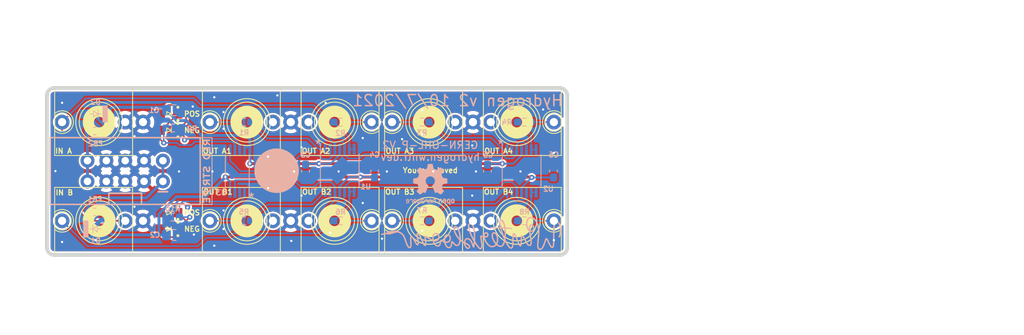
<source format=kicad_pcb>
(kicad_pcb (version 20171130) (host pcbnew "(5.1.10-1-10_14)")
  (title_block (title Hydrogen) (date 2021-10-07) (rev v2) (company Winterbloom) (comment 1 "Alethea Flowers") (comment 2 "CERN-OHL-P V2") (comment 3 hydrogen.wntr.dev))
  (layers (0 F.Cu signal) (31 B.Cu signal) (34 B.Paste user hide) (35 F.Paste user hide) (36 B.SilkS user) (37 F.SilkS user) (38 B.Mask user) (39 F.Mask user hide) (44 Edge.Cuts user))
  (net 0 "")
  (net 1 GND)
  (net 2 +12V)
  (net 3 -12V)
  (net 4 "Net-(D1-Pad1)")
  (net 5 "Net-(D2-Pad2)")
  (net 6 "Net-(FB1-Pad2)")
  (net 7 "Net-(FB2-Pad2)")
  (net 8 "Net-(J2-PadT)")
  (net 9 "Net-(J3-PadT)")
  (net 10 "Net-(J3-PadTN)")
  (net 11 "Net-(J4-PadT)")
  (net 12 "Net-(J4-PadTN)")
  (net 13 "Net-(J5-PadT)")
  (net 14 "Net-(J5-PadTN)")
  (net 15 "Net-(J6-PadT)")
  (net 16 "Net-(J6-PadTN)")
  (net 17 "Net-(J7-PadT)")
  (net 18 "Net-(J8-PadT)")
  (net 19 "Net-(J8-PadTN)")
  (net 20 "Net-(J9-PadT)")
  (net 21 "Net-(J9-PadTN)")
  (net 22 "Net-(J10-PadT)")
  (net 23 "Net-(J10-PadTN)")
  (net 24 "Net-(J11-PadT)")
  (net 25 "Net-(J11-PadTN)")
  (net 26 "Net-(R1-Pad2)")
  (net 27 "Net-(R2-Pad2)")
  (net 28 "Net-(R3-Pad2)")
  (net 29 "Net-(R4-Pad2)")
  (net 30 "Net-(R5-Pad2)")
  (net 31 "Net-(R6-Pad2)")
  (net 32 "Net-(R7-Pad2)")
  (net 33 "Net-(R8-Pad2)")
  (net 34 "Net-(D3-Pad2)")
  (net 35 "Net-(D3-Pad1)")
  (net 36 "Net-(D5-Pad2)")
  (net 37 "Net-(D5-Pad1)")
  (module Package_SO:TSSOP-8_4.4x3mm_P0.65mm (layer B.Cu) (at 126.1 111.4 90)
    (fp_text reference U3 (at -2.9 -2.15 180) (layer B.SilkS) (effects (font (size 0.7 0.7)) (justify mirror)))
    (fp_text value LM358)
    (pad 8 smd roundrect (at 2.8625 0.975 90) (size 1.475 0.4) (layers B.Cu B.Paste B.Mask) (net 2 +12V))
    (pad 7 smd roundrect (at 2.8625 0.325 90) (size 1.475 0.4) (layers B.Cu B.Paste B.Mask) (net 34 "Net-(D3-Pad2)"))
    (pad 6 smd roundrect (at 2.8625 -0.325 90) (size 1.475 0.4) (layers B.Cu B.Paste B.Mask) (net 35 "Net-(D3-Pad1)"))
    (pad 5 smd roundrect (at 2.8625 -0.975 90) (size 1.475 0.4) (layers B.Cu B.Paste B.Mask) (net 8 "Net-(J2-PadT)"))
    (pad 4 smd roundrect (at -2.8625 -0.975 90) (size 1.475 0.4) (layers B.Cu B.Paste B.Mask) (net 3 -12V))
    (pad 3 smd roundrect (at -2.8625 -0.325 90) (size 1.475 0.4) (layers B.Cu B.Paste B.Mask) (net 17 "Net-(J7-PadT)"))
    (pad 2 smd roundrect (at -2.8625 0.325 90) (size 1.475 0.4) (layers B.Cu B.Paste B.Mask) (net 37 "Net-(D5-Pad1)"))
    (pad 1 smd roundrect (at -2.8625 0.975 90) (size 1.475 0.4) (layers B.Cu B.Paste B.Mask) (net 36 "Net-(D5-Pad2)"))
  )
  (module Symbol:OSHW-Logo2_7.3x6mm_SilkScreen (layer B.Cu) (at 152.1 113.2 180)
    (fp_text reference REF** hide)
    (fp_text value OSHW-Logo2_7.3x6mm_SilkScreen hide)
  )
  (module winterbloom:LED_0805_Kingbright_APT2012 (layer F.Cu) (at 116.9 119.2 180)
    (fp_text reference D6 hide)
    (fp_text value NEG (at -3.1 0) (layer F.SilkS) (effects (font (size 0.7 0.7))))
    (pad 2 smd roundrect (at 1.175 0 180) (size 1.25 1.25) (layers F.Cu F.Paste F.Mask) (roundrect_rratio 0.05) (net 37 "Net-(D5-Pad1)"))
    (pad 1 smd roundrect (at -1.175 0 180) (size 1.25 1.25) (layers F.Cu F.Paste F.Mask) (roundrect_rratio 0.05) (net 36 "Net-(D5-Pad2)"))
  )
  (module winterbloom:LED_0805_Kingbright_APT2012 (layer F.Cu) (at 116.9 117 180)
    (fp_text reference D5 hide)
    (fp_text value POS (at -3.1 0) (layer F.SilkS) (effects (font (size 0.7 0.7))))
    (pad 2 smd roundrect (at 1.175 0 180) (size 1.25 1.25) (layers F.Cu F.Paste F.Mask) (roundrect_rratio 0.05) (net 36 "Net-(D5-Pad2)"))
    (pad 1 smd roundrect (at -1.175 0 180) (size 1.25 1.25) (layers F.Cu F.Paste F.Mask) (roundrect_rratio 0.05) (net 37 "Net-(D5-Pad1)"))
  )
  (module winterbloom:LED_0805_Kingbright_APT2012 (layer F.Cu) (at 116.9 105.9 180)
    (fp_text reference D4 hide)
    (fp_text value NEG (at -3.1 0) (layer F.SilkS) (effects (font (size 0.7 0.7))))
    (pad 2 smd roundrect (at 1.175 0 180) (size 1.25 1.25) (layers F.Cu F.Paste F.Mask) (roundrect_rratio 0.05) (net 35 "Net-(D3-Pad1)"))
    (pad 1 smd roundrect (at -1.175 0 180) (size 1.25 1.25) (layers F.Cu F.Paste F.Mask) (roundrect_rratio 0.05) (net 34 "Net-(D3-Pad2)"))
  )
  (module winterbloom:LED_0805_Kingbright_APT2012 (layer F.Cu) (at 116.9 103.7 180)
    (fp_text reference D3 hide)
    (fp_text value POS (at -3.1 0) (layer F.SilkS) (effects (font (size 0.7 0.7))))
    (pad 2 smd roundrect (at 1.175 0 180) (size 1.25 1.25) (layers F.Cu F.Paste F.Mask) (roundrect_rratio 0.05) (net 34 "Net-(D3-Pad2)"))
    (pad 1 smd roundrect (at -1.175 0 180) (size 1.25 1.25) (layers F.Cu F.Paste F.Mask) (roundrect_rratio 0.05) (net 35 "Net-(D3-Pad1)"))
  )
  (module winterbloom:DIODE_SOD-123_SOD-123F (layer B.Cu) (at 107 103.7 180)
    (fp_text reference D2 (at 0 1.6 180) (layer B.SilkS) (effects (font (size 0.7 0.7)) (justify mirror)))
    (fp_text value BARRIER)
    (pad 1 smd rect (at -1.5 0 180) (size 1.35 1.22) (layers B.Cu B.Paste B.Mask) (net 2 +12V))
    (pad 2 smd rect (at 1.5 0 180) (size 1.35 1.22) (layers B.Cu B.Paste B.Mask) (net 5 "Net-(D2-Pad2)"))
  )
  (module winterbloom:DIODE_SOD-123_SOD-123F (layer B.Cu) (at 107 119.2)
    (fp_text reference D1 (at 0 1.6 180) (layer B.SilkS) (effects (font (size 0.7 0.7)) (justify mirror)))
    (fp_text value BARRIER)
    (pad 1 smd rect (at -1.5 0) (size 1.35 1.22) (layers B.Cu B.Paste B.Mask) (net 4 "Net-(D1-Pad1)"))
    (pad 2 smd rect (at 1.5 0) (size 1.35 1.22) (layers B.Cu B.Paste B.Mask) (net 3 -12V))
  )
  (module Package_SO:TSSOP-14_4.4x5mm_P0.65mm (layer B.Cu) (at 164.4 111.4 270)
    (fp_text reference U2 (at 2.4 -3.6) (layer B.SilkS) (effects (font (size 0.7 0.7)) (justify mirror)))
    (fp_text value OPA4991)
    (pad 14 smd roundrect (at 2.8625 1.95 270) (size 1.475 0.4) (layers B.Cu B.Paste B.Mask) (net 32 "Net-(R7-Pad2)"))
    (pad 13 smd roundrect (at 2.8625 1.3 270) (size 1.475 0.4) (layers B.Cu B.Paste B.Mask) (net 32 "Net-(R7-Pad2)"))
    (pad 12 smd roundrect (at 2.8625 0.65 270) (size 1.475 0.4) (layers B.Cu B.Paste B.Mask) (net 17 "Net-(J7-PadT)"))
    (pad 11 smd roundrect (at 2.8625 0 270) (size 1.475 0.4) (layers B.Cu B.Paste B.Mask) (net 3 -12V))
    (pad 10 smd roundrect (at 2.8625 -0.65 270) (size 1.475 0.4) (layers B.Cu B.Paste B.Mask) (net 17 "Net-(J7-PadT)"))
    (pad 9 smd roundrect (at 2.8625 -1.3 270) (size 1.475 0.4) (layers B.Cu B.Paste B.Mask) (net 33 "Net-(R8-Pad2)"))
    (pad 8 smd roundrect (at 2.8625 -1.95 270) (size 1.475 0.4) (layers B.Cu B.Paste B.Mask) (net 33 "Net-(R8-Pad2)"))
    (pad 7 smd roundrect (at -2.8625 -1.95 270) (size 1.475 0.4) (layers B.Cu B.Paste B.Mask) (net 29 "Net-(R4-Pad2)"))
    (pad 6 smd roundrect (at -2.8625 -1.3 270) (size 1.475 0.4) (layers B.Cu B.Paste B.Mask) (net 29 "Net-(R4-Pad2)"))
    (pad 5 smd roundrect (at -2.8625 -0.65 270) (size 1.475 0.4) (layers B.Cu B.Paste B.Mask) (net 8 "Net-(J2-PadT)"))
    (pad 4 smd roundrect (at -2.8625 0 270) (size 1.475 0.4) (layers B.Cu B.Paste B.Mask) (net 2 +12V))
    (pad 3 smd roundrect (at -2.8625 0.65 270) (size 1.475 0.4) (layers B.Cu B.Paste B.Mask) (net 8 "Net-(J2-PadT)"))
    (pad 2 smd roundrect (at -2.8625 1.3 270) (size 1.475 0.4) (layers B.Cu B.Paste B.Mask) (net 28 "Net-(R3-Pad2)"))
    (pad 1 smd roundrect (at -2.8625 1.95 270) (size 1.475 0.4) (layers B.Cu B.Paste B.Mask) (net 28 "Net-(R3-Pad2)"))
  )
  (module Package_SO:TSSOP-14_4.4x5mm_P0.65mm (layer B.Cu) (at 139.9 111.3 270)
    (fp_text reference U1 (at 2.2 -3.5 180) (layer B.SilkS) (effects (font (size 0.7 0.7)) (justify mirror)))
    (fp_text value OPA4991)
    (pad 14 smd roundrect (at 2.8625 1.95 270) (size 1.475 0.4) (layers B.Cu B.Paste B.Mask) (net 30 "Net-(R5-Pad2)"))
    (pad 13 smd roundrect (at 2.8625 1.3 270) (size 1.475 0.4) (layers B.Cu B.Paste B.Mask) (net 30 "Net-(R5-Pad2)"))
    (pad 12 smd roundrect (at 2.8625 0.65 270) (size 1.475 0.4) (layers B.Cu B.Paste B.Mask) (net 17 "Net-(J7-PadT)"))
    (pad 11 smd roundrect (at 2.8625 0 270) (size 1.475 0.4) (layers B.Cu B.Paste B.Mask) (net 3 -12V))
    (pad 10 smd roundrect (at 2.8625 -0.65 270) (size 1.475 0.4) (layers B.Cu B.Paste B.Mask) (net 17 "Net-(J7-PadT)"))
    (pad 9 smd roundrect (at 2.8625 -1.3 270) (size 1.475 0.4) (layers B.Cu B.Paste B.Mask) (net 31 "Net-(R6-Pad2)"))
    (pad 8 smd roundrect (at 2.8625 -1.95 270) (size 1.475 0.4) (layers B.Cu B.Paste B.Mask) (net 31 "Net-(R6-Pad2)"))
    (pad 7 smd roundrect (at -2.8625 -1.95 270) (size 1.475 0.4) (layers B.Cu B.Paste B.Mask) (net 27 "Net-(R2-Pad2)"))
    (pad 6 smd roundrect (at -2.8625 -1.3 270) (size 1.475 0.4) (layers B.Cu B.Paste B.Mask) (net 27 "Net-(R2-Pad2)"))
    (pad 5 smd roundrect (at -2.8625 -0.65 270) (size 1.475 0.4) (layers B.Cu B.Paste B.Mask) (net 8 "Net-(J2-PadT)"))
    (pad 4 smd roundrect (at -2.8625 0 270) (size 1.475 0.4) (layers B.Cu B.Paste B.Mask) (net 2 +12V))
    (pad 3 smd roundrect (at -2.8625 0.65 270) (size 1.475 0.4) (layers B.Cu B.Paste B.Mask) (net 8 "Net-(J2-PadT)"))
    (pad 2 smd roundrect (at -2.8625 1.3 270) (size 1.475 0.4) (layers B.Cu B.Paste B.Mask) (net 26 "Net-(R1-Pad2)"))
    (pad 1 smd roundrect (at -2.8625 1.95 270) (size 1.475 0.4) (layers B.Cu B.Paste B.Mask) (net 26 "Net-(R1-Pad2)"))
  )
  (module winterbloom:Eurorack_Power (layer B.Cu) (at 111 111.4 180)
    (fp_text reference J1 hide)
    (fp_text value Power hide)
    (fp_text user "RED STRIPE" (at -11 0 90) (layer B.SilkS) (effects (font (size 0.8 1) (thickness 0.2)) (justify mirror)))
    (pad 10 thru_hole circle (at 5.08 1.407 90) (size 1.8796 1.8796) (drill 1.016) (layers *.Cu *.Mask) (net 7 "Net-(FB2-Pad2)"))
    (pad 9 thru_hole circle (at 5.08 -1.387 90) (size 1.8796 1.8796) (drill 1.016) (layers *.Cu *.Mask) (net 7 "Net-(FB2-Pad2)"))
    (pad 8 thru_hole circle (at 2.54 1.407 90) (size 1.8796 1.8796) (drill 1.016) (layers *.Cu *.Mask) (net 1 GND))
    (pad 7 thru_hole circle (at 2.54 -1.387 90) (size 1.8796 1.8796) (drill 1.016) (layers *.Cu *.Mask) (net 1 GND))
    (pad 6 thru_hole circle (at 0 1.407 90) (size 1.8796 1.8796) (drill 1.016) (layers *.Cu *.Mask) (net 1 GND))
    (pad 5 thru_hole circle (at 0 -1.387 90) (size 1.8796 1.8796) (drill 1.016) (layers *.Cu *.Mask) (net 1 GND))
    (pad 4 thru_hole circle (at -2.54 1.407 90) (size 1.8796 1.8796) (drill 1.016) (layers *.Cu *.Mask) (net 1 GND))
    (pad 3 thru_hole circle (at -2.54 -1.387 90) (size 1.8796 1.8796) (drill 1.016) (layers *.Cu *.Mask) (net 1 GND))
    (pad 2 thru_hole circle (at -5.08 1.407 90) (size 1.8796 1.8796) (drill 1.016) (layers *.Cu *.Mask) (net 6 "Net-(FB1-Pad2)"))
    (pad 1 thru_hole circle (at -5.08 -1.387 90) (size 1.8796 1.8796) (drill 1.016) (layers *.Cu *.Mask) (net 6 "Net-(FB1-Pad2)"))
  )
  (module winterbloom:WQP-WQP518MA-skinny (layer F.Cu) (at 127.4 118.1 90)
    (fp_text reference J8 hide)
    (fp_text value "OUT B1" (at 3.9 -3.9) (layer F.SilkS) (effects (font (size 0.7 0.7))))
    (pad S thru_hole circle (at 0 5.9 90) (size 2 2) (drill 1.1) (layers *.Cu *.Mask) (net 1 GND))
    (pad TN thru_hole circle (at 0 3.5 90) (size 2 2) (drill 1.1) (layers *.Cu *.Mask) (net 19 "Net-(J8-PadTN)"))
    (pad T thru_hole circle (at 0 -5 90) (size 2 2) (drill 1.1) (layers *.Cu *.Mask) (net 18 "Net-(J8-PadT)"))
  )
  (module Resistor_SMD:R_0603_1608Metric_Pad0.98x0.95mm_HandSolder (layer B.Cu) (at 117.4 117.6)
    (fp_text reference R10 (at 0 -1.1) (layer B.SilkS) (effects (font (size 0.7 0.7)) (justify mirror)))
    (fp_text value 1.5k)
    (pad 2 smd roundrect (at 0.9125 0) (size 0.975 0.95) (layers B.Cu B.Paste B.Mask) (net 37 "Net-(D5-Pad1)"))
    (pad 1 smd roundrect (at -0.9125 0) (size 0.975 0.95) (layers B.Cu B.Paste B.Mask) (net 1 GND))
  )
  (module Resistor_SMD:R_0603_1608Metric_Pad0.98x0.95mm_HandSolder (layer B.Cu) (at 117.4 105.6 180)
    (fp_text reference R9 (at -2.6 -0.1) (layer B.SilkS) (effects (font (size 0.7 0.7)) (justify mirror)))
    (fp_text value 1.5k)
    (pad 2 smd roundrect (at 0.9125 0 180) (size 0.975 0.95) (layers B.Cu B.Paste B.Mask) (net 35 "Net-(D3-Pad1)"))
    (pad 1 smd roundrect (at -0.9125 0 180) (size 0.975 0.95) (layers B.Cu B.Paste B.Mask) (net 1 GND))
  )
  (module winterbloom:Extra_Long_Wiggly_Boi_25mm (layer B.Cu) (at 157.6 119.8 180)
    (fp_text reference G*** hide)
    (fp_text value LOGO hide)
  )
  (module winterbloom:WQP-WQP518MA-skinny (layer F.Cu) (at 163.75 118.1 270)
    (fp_text reference J11 hide)
    (fp_text value "OUT B4" (at -3.9 2.45) (layer F.SilkS) (effects (font (size 0.7 0.7))))
    (pad S thru_hole circle (at 0 5.9 270) (size 2 2) (drill 1.1) (layers *.Cu *.Mask) (net 1 GND))
    (pad TN thru_hole circle (at 0 3.5 270) (size 2 2) (drill 1.1) (layers *.Cu *.Mask) (net 25 "Net-(J11-PadTN)"))
    (pad T thru_hole circle (at 0 -5 270) (size 2 2) (drill 1.1) (layers *.Cu *.Mask) (net 24 "Net-(J11-PadT)"))
  )
  (module winterbloom:WQP-WQP518MA-skinny (layer F.Cu) (at 151.95 118.1 90)
    (fp_text reference J10 hide)
    (fp_text value "OUT B3" (at 3.9 -3.95) (layer F.SilkS) (effects (font (size 0.7 0.7))))
    (pad S thru_hole circle (at 0 5.9 90) (size 2 2) (drill 1.1) (layers *.Cu *.Mask) (net 1 GND))
    (pad TN thru_hole circle (at 0 3.5 90) (size 2 2) (drill 1.1) (layers *.Cu *.Mask) (net 23 "Net-(J10-PadTN)"))
    (pad T thru_hole circle (at 0 -5 90) (size 2 2) (drill 1.1) (layers *.Cu *.Mask) (net 22 "Net-(J10-PadT)"))
  )
  (module winterbloom:WQP-WQP518MA-skinny (layer F.Cu) (at 139.2 118.1 270)
    (fp_text reference J9 hide)
    (fp_text value "OUT B2" (at -3.9 2.4) (layer F.SilkS) (effects (font (size 0.7 0.7))))
    (pad S thru_hole circle (at 0 5.9 270) (size 2 2) (drill 1.1) (layers *.Cu *.Mask) (net 1 GND))
    (pad TN thru_hole circle (at 0 3.5 270) (size 2 2) (drill 1.1) (layers *.Cu *.Mask) (net 21 "Net-(J9-PadTN)"))
    (pad T thru_hole circle (at 0 -5 270) (size 2 2) (drill 1.1) (layers *.Cu *.Mask) (net 20 "Net-(J9-PadT)"))
  )
  (module winterbloom:WQP-WQP518MA-skinny (layer F.Cu) (at 107.5 118.1 90)
    (fp_text reference J7 hide)
    (fp_text value "IN B" (at 3.8 -4.7) (layer F.SilkS) (effects (font (size 0.7 0.7))))
    (pad S thru_hole circle (at 0 5.9 90) (size 2 2) (drill 1.1) (layers *.Cu *.Mask) (net 1 GND))
    (pad TN thru_hole circle (at 0 3.5 90) (size 2 2) (drill 1.1) (layers *.Cu *.Mask) (net 8 "Net-(J2-PadT)"))
    (pad T thru_hole circle (at 0 -5 90) (size 2 2) (drill 1.1) (layers *.Cu *.Mask) (net 17 "Net-(J7-PadT)"))
  )
  (module winterbloom:WQP-WQP518MA-skinny (layer F.Cu) (at 163.75 104.8 270)
    (fp_text reference J6 hide)
    (fp_text value "OUT A4" (at 3.9 2.45) (layer F.SilkS) (effects (font (size 0.7 0.7))))
    (pad S thru_hole circle (at 0 5.9 270) (size 2 2) (drill 1.1) (layers *.Cu *.Mask) (net 1 GND))
    (pad TN thru_hole circle (at 0 3.5 270) (size 2 2) (drill 1.1) (layers *.Cu *.Mask) (net 16 "Net-(J6-PadTN)"))
    (pad T thru_hole circle (at 0 -5 270) (size 2 2) (drill 1.1) (layers *.Cu *.Mask) (net 15 "Net-(J6-PadT)"))
  )
  (module winterbloom:WQP-WQP518MA-skinny (layer F.Cu) (at 151.95 104.8 90)
    (fp_text reference J5 hide)
    (fp_text value "OUT A3" (at -3.9 -3.95) (layer F.SilkS) (effects (font (size 0.7 0.7))))
    (pad S thru_hole circle (at 0 5.9 90) (size 2 2) (drill 1.1) (layers *.Cu *.Mask) (net 1 GND))
    (pad TN thru_hole circle (at 0 3.5 90) (size 2 2) (drill 1.1) (layers *.Cu *.Mask) (net 14 "Net-(J5-PadTN)"))
    (pad T thru_hole circle (at 0 -5 90) (size 2 2) (drill 1.1) (layers *.Cu *.Mask) (net 13 "Net-(J5-PadT)"))
  )
  (module winterbloom:WQP-WQP518MA-skinny (layer F.Cu) (at 139.2 104.8 270)
    (fp_text reference J4 hide)
    (fp_text value "OUT A2" (at 3.9 2.5) (layer F.SilkS) (effects (font (size 0.7 0.7))))
    (pad S thru_hole circle (at 0 5.9 270) (size 2 2) (drill 1.1) (layers *.Cu *.Mask) (net 1 GND))
    (pad TN thru_hole circle (at 0 3.5 270) (size 2 2) (drill 1.1) (layers *.Cu *.Mask) (net 12 "Net-(J4-PadTN)"))
    (pad T thru_hole circle (at 0 -5 270) (size 2 2) (drill 1.1) (layers *.Cu *.Mask) (net 11 "Net-(J4-PadT)"))
  )
  (module winterbloom:WQP-WQP518MA-skinny (layer F.Cu) (at 127.4 104.8 90)
    (fp_text reference J3 hide)
    (fp_text value "OUT A1" (at -3.9 -4) (layer F.SilkS) (effects (font (size 0.7 0.7))))
    (pad S thru_hole circle (at 0 5.9 90) (size 2 2) (drill 1.1) (layers *.Cu *.Mask) (net 1 GND))
    (pad TN thru_hole circle (at 0 3.5 90) (size 2 2) (drill 1.1) (layers *.Cu *.Mask) (net 10 "Net-(J3-PadTN)"))
    (pad T thru_hole circle (at 0 -5 90) (size 2 2) (drill 1.1) (layers *.Cu *.Mask) (net 9 "Net-(J3-PadT)"))
  )
  (module winterbloom:WQP-WQP518MA-skinny (layer F.Cu) (at 107.5 104.8 90)
    (fp_text reference J2 hide)
    (fp_text value "IN A" (at -3.9 -4.8) (layer F.SilkS) (effects (font (size 0.7 0.7))))
    (pad S thru_hole circle (at 0 5.9 90) (size 2 2) (drill 1.1) (layers *.Cu *.Mask) (net 1 GND))
    (pad TN thru_hole circle (at 0 3.5 90) (size 2 2) (drill 1.1) (layers *.Cu *.Mask) (net 1 GND))
    (pad T thru_hole circle (at 0 -5 90) (size 2 2) (drill 1.1) (layers *.Cu *.Mask) (net 8 "Net-(J2-PadT)"))
  )
  (module Resistor_SMD:R_0603_1608Metric_Pad0.98x0.95mm_HandSolder (layer B.Cu) (at 164.8 118.1 180)
    (fp_text reference R8 (at 0 1.2) (layer B.SilkS) (effects (font (size 0.7 0.7)) (justify mirror)))
    (fp_text value 50R)
    (pad 2 smd roundrect (at 0.9125 0 180) (size 0.975 0.95) (layers B.Cu B.Paste B.Mask) (net 33 "Net-(R8-Pad2)"))
    (pad 1 smd roundrect (at -0.9125 0 180) (size 0.975 0.95) (layers B.Cu B.Paste B.Mask) (net 24 "Net-(J11-PadT)"))
  )
  (module Resistor_SMD:R_0603_1608Metric_Pad0.98x0.95mm_HandSolder (layer B.Cu) (at 151 118.1)
    (fp_text reference R7 (at 0 -1.4) (layer B.SilkS) (effects (font (size 0.7 0.7)) (justify mirror)))
    (fp_text value 50R)
    (pad 2 smd roundrect (at 0.9125 0) (size 0.975 0.95) (layers B.Cu B.Paste B.Mask) (net 32 "Net-(R7-Pad2)"))
    (pad 1 smd roundrect (at -0.9125 0) (size 0.975 0.95) (layers B.Cu B.Paste B.Mask) (net 22 "Net-(J10-PadT)"))
  )
  (module Resistor_SMD:R_0603_1608Metric_Pad0.98x0.95mm_HandSolder (layer B.Cu) (at 140 118.1 180)
    (fp_text reference R6 (at 0 1.2) (layer B.SilkS) (effects (font (size 0.7 0.7)) (justify mirror)))
    (fp_text value 50R)
    (pad 2 smd roundrect (at 0.9125 0 180) (size 0.975 0.95) (layers B.Cu B.Paste B.Mask) (net 31 "Net-(R6-Pad2)"))
    (pad 1 smd roundrect (at -0.9125 0 180) (size 0.975 0.95) (layers B.Cu B.Paste B.Mask) (net 20 "Net-(J9-PadT)"))
  )
  (module Resistor_SMD:R_0603_1608Metric_Pad0.98x0.95mm_HandSolder (layer B.Cu) (at 126.9875 118.1)
    (fp_text reference R5 (at 0.0125 -1.2) (layer B.SilkS) (effects (font (size 0.7 0.7)) (justify mirror)))
    (fp_text value 50R)
    (pad 2 smd roundrect (at 0.9125 0) (size 0.975 0.95) (layers B.Cu B.Paste B.Mask) (net 30 "Net-(R5-Pad2)"))
    (pad 1 smd roundrect (at -0.9125 0) (size 0.975 0.95) (layers B.Cu B.Paste B.Mask) (net 18 "Net-(J8-PadT)"))
  )
  (module Resistor_SMD:R_0603_1608Metric_Pad0.98x0.95mm_HandSolder (layer B.Cu) (at 164.7875 104.8 180)
    (fp_text reference R4 (at 2.3875 0) (layer B.SilkS) (effects (font (size 0.7 0.7)) (justify mirror)))
    (fp_text value 50R)
    (pad 2 smd roundrect (at 0.9125 0 180) (size 0.975 0.95) (layers B.Cu B.Paste B.Mask) (net 29 "Net-(R4-Pad2)"))
    (pad 1 smd roundrect (at -0.9125 0 180) (size 0.975 0.95) (layers B.Cu B.Paste B.Mask) (net 15 "Net-(J6-PadT)"))
  )
  (module Resistor_SMD:R_0603_1608Metric_Pad0.98x0.95mm_HandSolder (layer B.Cu) (at 151 104.8)
    (fp_text reference R3 (at 0 1.43) (layer B.SilkS) (effects (font (size 0.7 0.7)) (justify mirror)))
    (fp_text value 50R)
    (pad 2 smd roundrect (at 0.9125 0) (size 0.975 0.95) (layers B.Cu B.Paste B.Mask) (net 28 "Net-(R3-Pad2)"))
    (pad 1 smd roundrect (at -0.9125 0) (size 0.975 0.95) (layers B.Cu B.Paste B.Mask) (net 13 "Net-(J5-PadT)"))
  )
  (module Resistor_SMD:R_0603_1608Metric_Pad0.98x0.95mm_HandSolder (layer B.Cu) (at 140 104.8 180)
    (fp_text reference R2 (at 0 -1.5) (layer B.SilkS) (effects (font (size 0.7 0.7)) (justify mirror)))
    (fp_text value 50R)
    (pad 2 smd roundrect (at 0.9125 0 180) (size 0.975 0.95) (layers B.Cu B.Paste B.Mask) (net 27 "Net-(R2-Pad2)"))
    (pad 1 smd roundrect (at -0.9125 0 180) (size 0.975 0.95) (layers B.Cu B.Paste B.Mask) (net 11 "Net-(J4-PadT)"))
  )
  (module Resistor_SMD:R_0603_1608Metric_Pad0.98x0.95mm_HandSolder (layer B.Cu) (at 127 104.8)
    (fp_text reference R1 (at 0 1.43) (layer B.SilkS) (effects (font (size 0.7 0.7)) (justify mirror)))
    (fp_text value 50R)
    (pad 2 smd roundrect (at 0.9125 0) (size 0.975 0.95) (layers B.Cu B.Paste B.Mask) (net 26 "Net-(R1-Pad2)"))
    (pad 1 smd roundrect (at -0.9125 0) (size 0.975 0.95) (layers B.Cu B.Paste B.Mask) (net 9 "Net-(J3-PadT)"))
  )
  (module Inductor_SMD:L_0603_1608Metric_Pad1.05x0.95mm_HandSolder (layer B.Cu) (at 106.9 106 180)
    (fp_text reference FB2 (at -0.1 -1.7 180) (layer B.SilkS) (effects (font (size 0.7 0.7)) (justify mirror)))
    (fp_text value BEAD)
    (pad 2 smd roundrect (at 0.875 0 180) (size 1.05 0.95) (layers B.Cu B.Paste B.Mask) (net 7 "Net-(FB2-Pad2)"))
    (pad 1 smd roundrect (at -0.875 0 180) (size 1.05 0.95) (layers B.Cu B.Paste B.Mask) (net 5 "Net-(D2-Pad2)"))
  )
  (module Inductor_SMD:L_0603_1608Metric_Pad1.05x0.95mm_HandSolder (layer B.Cu) (at 106.9 116.9 180)
    (fp_text reference FB1 (at 0 1.7) (layer B.SilkS) (effects (font (size 0.7 0.7)) (justify mirror)))
    (fp_text value BEAD)
    (pad 2 smd roundrect (at 0.875 0 180) (size 1.05 0.95) (layers B.Cu B.Paste B.Mask) (net 6 "Net-(FB1-Pad2)"))
    (pad 1 smd roundrect (at -0.875 0 180) (size 1.05 0.95) (layers B.Cu B.Paste B.Mask) (net 4 "Net-(D1-Pad1)"))
  )
  (module Capacitor_SMD:C_0603_1608Metric_Pad1.08x0.95mm_HandSolder (layer B.Cu) (at 168.7 111.4 90)
    (fp_text reference C6 (at 2.2 0.0375 180) (layer B.SilkS) (effects (font (size 0.7 0.7)) (justify mirror)))
    (fp_text value 0.1uF)
    (pad 2 smd roundrect (at 0.8625 0 90) (size 1.075 0.95) (layers B.Cu B.Paste B.Mask) (net 1 GND))
    (pad 1 smd roundrect (at -0.8625 0 90) (size 1.075 0.95) (layers B.Cu B.Paste B.Mask) (net 3 -12V))
  )
  (module Capacitor_SMD:C_0603_1608Metric_Pad1.08x0.95mm_HandSolder (layer B.Cu) (at 159.8 111.4 270)
    (fp_text reference C5 (at -2.2 -0.1 180) (layer B.SilkS) (effects (font (size 0.7 0.7)) (justify mirror)))
    (fp_text value 0.1uF)
    (pad 2 smd roundrect (at 0.8625 0 270) (size 1.075 0.95) (layers B.Cu B.Paste B.Mask) (net 1 GND))
    (pad 1 smd roundrect (at -0.8625 0 270) (size 1.075 0.95) (layers B.Cu B.Paste B.Mask) (net 2 +12V))
  )
  (module Capacitor_SMD:C_0603_1608Metric_Pad1.08x0.95mm_HandSolder (layer B.Cu) (at 144.6 111.4 90)
    (fp_text reference C4 (at 2.2 0 180) (layer B.SilkS) (effects (font (size 0.7 0.7)) (justify mirror)))
    (fp_text value 0.1uF)
    (pad 2 smd roundrect (at 0.8625 0 90) (size 1.075 0.95) (layers B.Cu B.Paste B.Mask) (net 1 GND))
    (pad 1 smd roundrect (at -0.8625 0 90) (size 1.075 0.95) (layers B.Cu B.Paste B.Mask) (net 3 -12V))
  )
  (module Capacitor_SMD:C_0603_1608Metric_Pad1.08x0.95mm_HandSolder (layer B.Cu) (at 135.3 111.4 270)
    (fp_text reference C3 (at -2.2 0) (layer B.SilkS) (effects (font (size 0.7 0.7)) (justify mirror)))
    (fp_text value 0.1uF)
    (pad 2 smd roundrect (at 0.8625 0 270) (size 1.075 0.95) (layers B.Cu B.Paste B.Mask) (net 1 GND))
    (pad 1 smd roundrect (at -0.8625 0 270) (size 1.075 0.95) (layers B.Cu B.Paste B.Mask) (net 2 +12V))
  )
  (module Capacitor_SMD:C_0805_2012Metric_Pad1.18x1.45mm_HandSolder (layer B.Cu) (at 117.6 120)
    (fp_text reference C2 (at -2.6 0 180) (layer B.SilkS) (effects (font (size 0.7 0.7)) (justify mirror)))
    (fp_text value 10uF)
    (pad 2 smd roundrect (at 1.0375 0) (size 1.175 1.45) (layers B.Cu B.Paste B.Mask) (roundrect_rratio 0.2127659574468085) (net 1 GND))
    (pad 1 smd roundrect (at -1.0375 0) (size 1.175 1.45) (layers B.Cu B.Paste B.Mask) (roundrect_rratio 0.2127659574468085) (net 3 -12V))
  )
  (module Capacitor_SMD:C_0805_2012Metric_Pad1.18x1.45mm_HandSolder (layer B.Cu) (at 117.6 103.2)
    (fp_text reference C1 (at -2.7 0 180) (layer B.SilkS) (effects (font (size 0.7 0.7)) (justify mirror)))
    (fp_text value 10uF)
    (pad 2 smd roundrect (at 1.0375 0) (size 1.175 1.45) (layers B.Cu B.Paste B.Mask) (roundrect_rratio 0.2127659574468085) (net 1 GND))
    (pad 1 smd roundrect (at -1.0375 0) (size 1.175 1.45) (layers B.Cu B.Paste B.Mask) (roundrect_rratio 0.2127659574468085) (net 2 +12V))
  )
  (gr_circle (center 131.4 111.35) (end 132.9 111.35) (layer B.SilkS) (width 3))
  (gr_text "You are loved" (at 152.1 111.3) (layer F.SilkS) (effects (font (size 0.7 0.7))))
  (gr_text "CERN-OHL-P V2\nhydrogen.wntr.dev" (at 152.1 108.7) (layer B.SilkS) (effects (font (size 1 1)) (justify mirror)))
  (gr_line (start 122.7 106.9) (end 121.1 106.9) (layer B.SilkS) (width 0.12))
  (gr_line (start 122.7 115.88834) (end 122.7 106.9) (layer B.SilkS) (width 0.12))
  (gr_line (start 121.09904 115.88834) (end 122.7 115.88834) (layer B.SilkS) (width 0.12))
  (gr_text * (at 128 115) (layer B.SilkS) (effects (font (size 1.2 1.2)) (justify mirror)))
  (gr_text * (at 161.6 107.8) (layer B.SilkS) (effects (font (size 1.2 1.2)) (justify mirror)))
  (gr_text * (at 137 107.8) (layer B.SilkS) (effects (font (size 1.2 1.2)) (justify mirror)))
  (gr_text "Hydrogen v2 10/7/2021" (at 170.1 101.9) (layer B.SilkS) (effects (font (size 1.5 1.5) (thickness 0.2)) (justify left mirror)))
  (gr_arc (start 101.45 101.2) (end 101.45 100.2) (angle -90) (layer Edge.Cuts) (width 0.5))
  (gr_arc (start 101.45 121.7) (end 100.45 121.7) (angle -90) (layer Edge.Cuts) (width 0.5))
  (gr_arc (start 169.55 121.7) (end 169.55 122.7) (angle -90) (layer Edge.Cuts) (width 0.5))
  (gr_arc (start 169.55 101.2) (end 170.55 101.2) (angle -90) (layer Edge.Cuts) (width 0.5))
  (gr_line (start 169.55 100.2) (end 101.45 100.2) (layer Edge.Cuts) (width 0.5))
  (gr_line (start 170.55 121.7) (end 170.55 101.2) (layer Edge.Cuts) (width 0.5))
  (gr_line (start 101.45 122.7) (end 169.55 122.7) (layer Edge.Cuts) (width 0.5))
  (gr_line (start 100.45 101.2) (end 100.45 121.7) (layer Edge.Cuts) (width 0.5))
  (via (at 118.25 111.45) (size 0.7) (drill 0.3) (layers F.Cu B.Cu) (net 1))
  (via (at 122.75 111.45) (size 0.7) (drill 0.3) (layers F.Cu B.Cu) (net 1))
  (via (at 133.75 111.45) (size 0.7) (drill 0.3) (layers F.Cu B.Cu) (net 1))
  (via (at 146.25 111.45) (size 0.7) (drill 0.3) (layers F.Cu B.Cu) (net 1))
  (via (at 139.75 111.45) (size 0.7) (drill 0.3) (layers F.Cu B.Cu) (net 1))
  (via (at 158.25 111.45) (size 0.7) (drill 0.3) (layers F.Cu B.Cu) (net 1))
  (via (at 152.5 111.45) (size 0.7) (drill 0.3) (layers F.Cu B.Cu) (net 1))
  (via (at 164.25 111.45) (size 0.7) (drill 0.3) (layers F.Cu B.Cu) (net 1))
  (via (at 168.75 108.95) (size 0.7) (drill 0.3) (layers F.Cu B.Cu) (net 1))
  (via (at 157.75 107.95) (size 0.7) (drill 0.3) (layers F.Cu B.Cu) (net 1))
  (via (at 157.75 114.7) (size 0.7) (drill 0.3) (layers F.Cu B.Cu) (net 1))
  (via (at 151 119.45) (size 0.7) (drill 0.3) (layers F.Cu B.Cu) (net 1))
  (via (at 151 103.2) (size 0.7) (drill 0.3) (layers F.Cu B.Cu) (net 1))
  (via (at 151 106.45) (size 0.7) (drill 0.3) (layers F.Cu B.Cu) (net 1))
  (via (at 151 116.45) (size 0.7) (drill 0.3) (layers F.Cu B.Cu) (net 1))
  (via (at 143 115.7) (size 0.7) (drill 0.3) (layers F.Cu B.Cu) (net 1))
  (via (at 143 106.95) (size 0.7) (drill 0.3) (layers F.Cu B.Cu) (net 1))
  (via (at 138.625 119.725) (size 0.7) (drill 0.3) (layers F.Cu B.Cu) (net 1))
  (via (at 138 102.2) (size 0.7) (drill 0.3) (layers F.Cu B.Cu) (net 1))
  (via (at 130.25 109.45) (size 0.7) (drill 0.3) (layers F.Cu B.Cu) (net 1))
  (via (at 130.25 113.7) (size 0.7) (drill 0.3) (layers F.Cu B.Cu) (net 1))
  (via (at 134.75 114.7) (size 0.7) (drill 0.3) (layers F.Cu B.Cu) (net 1))
  (via (at 134.75 108.2) (size 0.7) (drill 0.3) (layers F.Cu B.Cu) (net 1))
  (via (at 124.25 116.7) (size 0.7) (drill 0.3) (layers F.Cu B.Cu) (net 1))
  (via (at 124.25 105.7) (size 0.7) (drill 0.3) (layers F.Cu B.Cu) (net 1))
  (via (at 124.25 103.45) (size 0.7) (drill 0.3) (layers F.Cu B.Cu) (net 1))
  (via (at 124.25 119.2) (size 0.7) (drill 0.3) (layers F.Cu B.Cu) (net 1))
  (via (at 120.25 119.95) (size 0.7) (drill 0.3) (layers F.Cu B.Cu) (net 1))
  (via (at 112.25 116.2) (size 0.7) (drill 0.3) (layers F.Cu B.Cu) (net 1))
  (via (at 112.25 106.7) (size 0.7) (drill 0.3) (layers F.Cu B.Cu) (net 1))
  (via (at 102.5 120.95) (size 0.7) (drill 0.3) (layers F.Cu B.Cu) (net 1))
  (via (at 102.5 102.2) (size 0.7) (drill 0.3) (layers F.Cu B.Cu) (net 1))
  (via (at 123 121.45) (size 0.7) (drill 0.3) (layers F.Cu B.Cu) (net 1))
  (via (at 123 101.45) (size 0.7) (drill 0.3) (layers F.Cu B.Cu) (net 1))
  (via (at 131.5 101.2) (size 0.7) (drill 0.3) (layers F.Cu B.Cu) (net 1))
  (via (at 133.375 120.8) (size 0.7) (drill 0.3) (layers F.Cu B.Cu) (net 1))
  (via (at 168.75 120.7) (size 0.7) (drill 0.3) (layers F.Cu B.Cu) (net 1))
  (via (at 167.3 103.1) (size 0.7) (drill 0.3) (layers F.Cu B.Cu) (net 1))
  (via (at 120.1 102.7) (size 0.7) (drill 0.3) (layers F.Cu B.Cu) (net 1))
  (via (at 107 120.7) (size 0.7) (drill 0.3) (layers F.Cu B.Cu) (net 1))
  (via (at 101.6 111.4) (size 0.7) (drill 0.3) (layers F.Cu B.Cu) (net 1))
  (via (at 148.3 107.1) (size 0.7) (drill 0.3) (layers F.Cu B.Cu) (net 1))
  (via (at 145.5 102.3) (size 0.7) (drill 0.3) (layers F.Cu B.Cu) (net 1))
  (via (at 145.6 120.5) (size 0.7) (drill 0.3) (layers F.Cu B.Cu) (net 1))
  (segment (start 116.5625 103.2) (end 116.5 103.2) (width 0.4) (layer B.Cu) (net 2))
  (segment (start 116.5 103.2) (end 116.1 102.8) (width 0.4) (layer B.Cu) (net 2))
  (segment (start 109.15 102.8) (end 108.25 103.7) (width 0.4) (layer B.Cu) (net 2))
  (segment (start 116.1 102.8) (end 109.15 102.8) (width 0.4) (layer B.Cu) (net 2))
  (via (at 127.8 110.4) (size 0.7) (drill 0.3) (layers F.Cu B.Cu) (net 2))
  (via (at 137.1 110.4) (size 0.7) (drill 0.3) (layers F.Cu B.Cu) (net 2))
  (segment (start 127.8 110.4) (end 137.1 110.4) (width 0.4) (layer F.Cu) (net 2))
  (segment (start 135.4375 110.4) (end 135.3 110.5375) (width 0.25) (layer B.Cu) (net 2))
  (segment (start 137.1 110.4) (end 135.4375 110.4) (width 0.25) (layer B.Cu) (net 2))
  (segment (start 139.9 109.175) (end 139.9 108.4375) (width 0.25) (layer B.Cu) (net 2))
  (segment (start 138.675 110.4) (end 139.9 109.175) (width 0.25) (layer B.Cu) (net 2))
  (segment (start 137.1 110.4) (end 138.675 110.4) (width 0.25) (layer B.Cu) (net 2))
  (via (at 161.8 110.4) (size 0.7) (drill 0.3) (layers F.Cu B.Cu) (net 2))
  (segment (start 137.1 110.4) (end 161.8 110.4) (width 0.4) (layer F.Cu) (net 2))
  (segment (start 159.9375 110.4) (end 159.8 110.5375) (width 0.25) (layer B.Cu) (net 2))
  (segment (start 161.8 110.4) (end 159.9375 110.4) (width 0.25) (layer B.Cu) (net 2))
  (segment (start 164.4 109.275) (end 164.4 108.5375) (width 0.25) (layer B.Cu) (net 2))
  (segment (start 163.275 110.4) (end 164.4 109.275) (width 0.25) (layer B.Cu) (net 2))
  (segment (start 161.8 110.4) (end 163.275 110.4) (width 0.25) (layer B.Cu) (net 2))
  (segment (start 116.5625 103.2) (end 116.5625 103.2125) (width 0.4) (layer B.Cu) (net 2))
  (segment (start 116.5625 103.2125) (end 117.95 104.6) (width 0.4) (layer B.Cu) (net 2))
  (segment (start 117.95 104.6) (end 119.25 104.6) (width 0.4) (layer B.Cu) (net 2))
  (segment (start 119.25 104.6) (end 121.25 106.6) (width 0.4) (layer B.Cu) (net 2))
  (segment (start 121.25 106.6) (end 127.25 106.6) (width 0.4) (layer B.Cu) (net 2))
  (segment (start 127.25 106.6) (end 127.8 107.15) (width 0.4) (layer B.Cu) (net 2))
  (segment (start 127.8 107.8125) (end 127.8 107.45) (width 0.25) (layer B.Cu) (net 2))
  (segment (start 127.075 108.5375) (end 127.8 107.8125) (width 0.25) (layer B.Cu) (net 2))
  (segment (start 127.8 107.45) (end 127.8 110.4) (width 0.4) (layer B.Cu) (net 2))
  (segment (start 127.8 107.15) (end 127.8 107.45) (width 0.4) (layer B.Cu) (net 2))
  (segment (start 108.25 119.2) (end 108.5 119.2) (width 0.4) (layer B.Cu) (net 3))
  (segment (start 108.5 119.2) (end 109.3 120) (width 0.4) (layer B.Cu) (net 3))
  (segment (start 116.5625 120) (end 116.5625 119.5625) (width 0.25) (layer B.Cu) (net 3))
  (via (at 124.5 112.2) (size 0.7) (drill 0.3) (layers F.Cu B.Cu) (net 3))
  (segment (start 125.125 112.825) (end 124.5 112.2) (width 0.25) (layer B.Cu) (net 3))
  (segment (start 125.125 113.6) (end 125.125 112.825) (width 0.25) (layer B.Cu) (net 3))
  (segment (start 164.4 113.61637) (end 164.4 114.2625) (width 0.25) (layer B.Cu) (net 3))
  (segment (start 165.75387 112.2625) (end 164.4 113.61637) (width 0.25) (layer B.Cu) (net 3))
  (segment (start 168.7 112.2625) (end 165.75387 112.2625) (width 0.25) (layer B.Cu) (net 3))
  (via (at 142.7 112.2) (size 0.7) (drill 0.3) (layers F.Cu B.Cu) (net 3))
  (segment (start 124.5 112.2) (end 142.7 112.2) (width 0.4) (layer F.Cu) (net 3))
  (segment (start 144.5375 112.2) (end 144.6 112.2625) (width 0.25) (layer B.Cu) (net 3))
  (segment (start 142.7 112.2) (end 144.5375 112.2) (width 0.25) (layer B.Cu) (net 3))
  (segment (start 139.9 113.425) (end 139.9 114.1625) (width 0.25) (layer B.Cu) (net 3))
  (segment (start 141.125 112.2) (end 139.9 113.425) (width 0.25) (layer B.Cu) (net 3))
  (segment (start 142.7 112.2) (end 141.125 112.2) (width 0.25) (layer B.Cu) (net 3))
  (via (at 165.75387 112.2625) (size 0.7) (drill 0.3) (layers F.Cu B.Cu) (net 3))
  (segment (start 165.69137 112.2) (end 165.75387 112.2625) (width 0.25) (layer F.Cu) (net 3))
  (segment (start 142.7 112.2) (end 165.69137 112.2) (width 0.4) (layer F.Cu) (net 3))
  (segment (start 115.55 120) (end 115.55 117.190848) (width 0.4) (layer B.Cu) (net 3))
  (segment (start 109.3 120) (end 115.55 120) (width 0.4) (layer B.Cu) (net 3))
  (segment (start 115.55 117.190848) (end 117.890848 114.85) (width 0.4) (layer B.Cu) (net 3))
  (segment (start 115.55 120) (end 116.5625 120) (width 0.4) (layer B.Cu) (net 3))
  (segment (start 121.85 114.85) (end 124.5 112.2) (width 0.4) (layer B.Cu) (net 3))
  (segment (start 117.890848 114.85) (end 121.85 114.85) (width 0.4) (layer B.Cu) (net 3))
  (segment (start 105.75 118.925) (end 107.775 116.9) (width 0.4) (layer B.Cu) (net 4))
  (segment (start 105.75 119.2) (end 105.75 118.925) (width 0.4) (layer B.Cu) (net 4))
  (segment (start 107.775 105.725) (end 105.75 103.7) (width 0.4) (layer B.Cu) (net 5))
  (segment (start 106.025 116.9) (end 106.025 116.075) (width 0.4) (layer B.Cu) (net 6))
  (segment (start 106.025 116.075) (end 107.1 115) (width 0.4) (layer B.Cu) (net 6))
  (segment (start 113.867 115) (end 116.08 112.787) (width 0.4) (layer B.Cu) (net 6))
  (segment (start 107.1 115) (end 113.867 115) (width 0.4) (layer B.Cu) (net 6))
  (segment (start 116.08 112.787) (end 116.08 109.993) (width 0.4) (layer B.Cu) (net 6))
  (segment (start 105.92 109.993) (end 105.92 112.787) (width 0.4) (layer B.Cu) (net 7))
  (segment (start 105.92 106.105) (end 106.025 106) (width 0.4) (layer B.Cu) (net 7))
  (segment (start 105.92 109.993) (end 105.92 106.105) (width 0.4) (layer B.Cu) (net 7))
  (segment (start 111 118.1) (end 106.1 118.1) (width 0.2) (layer F.Cu) (net 8))
  (segment (start 102.5 114.5) (end 102.5 104.8) (width 0.2) (layer F.Cu) (net 8))
  (segment (start 106.1 118.1) (end 102.5 114.5) (width 0.2) (layer F.Cu) (net 8))
  (segment (start 120.3 101.6) (end 105.7 101.6) (width 0.2) (layer B.Cu) (net 8))
  (segment (start 121.2 102.5) (end 120.3 101.6) (width 0.2) (layer B.Cu) (net 8))
  (segment (start 137.6 103.7) (end 136.4 102.5) (width 0.2) (layer B.Cu) (net 8))
  (segment (start 136.4 102.5) (end 121.2 102.5) (width 0.2) (layer B.Cu) (net 8))
  (segment (start 137.6 106.176724) (end 137.6 103.7) (width 0.2) (layer B.Cu) (net 8))
  (segment (start 105.7 101.6) (end 102.5 104.8) (width 0.2) (layer B.Cu) (net 8))
  (segment (start 139.25 107.826724) (end 137.6 106.176724) (width 0.2) (layer B.Cu) (net 8))
  (segment (start 139.25 108.4375) (end 139.25 107.826724) (width 0.2) (layer B.Cu) (net 8))
  (segment (start 163.57001 109.328266) (end 163.198276 109.7) (width 0.2) (layer B.Cu) (net 8))
  (segment (start 163.7375 108.5375) (end 163.57001 108.70499) (width 0.2) (layer B.Cu) (net 8))
  (segment (start 163.57001 108.70499) (end 163.57001 109.328266) (width 0.2) (layer B.Cu) (net 8))
  (segment (start 163.75 108.5375) (end 163.7375 108.5375) (width 0.2) (layer B.Cu) (net 8))
  (segment (start 162.351724 109.7) (end 161.751724 109.1) (width 0.2) (layer B.Cu) (net 8))
  (segment (start 163.198276 109.7) (end 162.351724 109.7) (width 0.2) (layer B.Cu) (net 8))
  (segment (start 161.751724 109.1) (end 143.2 109.1) (width 0.2) (layer B.Cu) (net 8))
  (segment (start 143.2 109.1) (end 142.6 109.7) (width 0.2) (layer B.Cu) (net 8))
  (segment (start 141.075 109.7) (end 140.55 109.175) (width 0.2) (layer B.Cu) (net 8))
  (segment (start 140.55 109.175) (end 140.55 108.4375) (width 0.2) (layer B.Cu) (net 8))
  (segment (start 142.6 109.7) (end 141.075 109.7) (width 0.2) (layer B.Cu) (net 8))
  (segment (start 164.02001 107.52999) (end 164.77999 107.52999) (width 0.2) (layer B.Cu) (net 8))
  (segment (start 165.05 107.8) (end 165.05 108.5375) (width 0.2) (layer B.Cu) (net 8))
  (segment (start 164.77999 107.52999) (end 165.05 107.8) (width 0.2) (layer B.Cu) (net 8))
  (segment (start 163.75 107.8) (end 164.02001 107.52999) (width 0.2) (layer B.Cu) (net 8))
  (segment (start 163.75 108.5375) (end 163.75 107.8) (width 0.2) (layer B.Cu) (net 8))
  (segment (start 132.4 111.4) (end 126.538998 111.4) (width 0.2) (layer B.Cu) (net 8))
  (segment (start 134.5 109.3) (end 132.4 111.4) (width 0.2) (layer B.Cu) (net 8))
  (segment (start 126.538998 111.4) (end 125.125 109.986002) (width 0.2) (layer B.Cu) (net 8))
  (segment (start 137.1 109.3) (end 134.5 109.3) (width 0.2) (layer B.Cu) (net 8))
  (segment (start 125.125 109.986002) (end 125.125 109.2) (width 0.2) (layer B.Cu) (net 8))
  (segment (start 137.6 109.8) (end 137.1 109.3) (width 0.2) (layer B.Cu) (net 8))
  (segment (start 138.498276 109.8) (end 137.6 109.8) (width 0.2) (layer B.Cu) (net 8))
  (segment (start 139.25 109.048276) (end 138.498276 109.8) (width 0.2) (layer B.Cu) (net 8))
  (segment (start 139.25 108.4375) (end 139.25 109.048276) (width 0.2) (layer B.Cu) (net 8))
  (segment (start 140.55 107.7) (end 140.55 108.4375) (width 0.2) (layer B.Cu) (net 8))
  (segment (start 140.27999 107.42999) (end 140.55 107.7) (width 0.2) (layer B.Cu) (net 8))
  (segment (start 139.52001 107.42999) (end 140.27999 107.42999) (width 0.2) (layer B.Cu) (net 8))
  (segment (start 139.25 107.7) (end 139.52001 107.42999) (width 0.2) (layer B.Cu) (net 8))
  (segment (start 139.25 108.4375) (end 139.25 107.7) (width 0.2) (layer B.Cu) (net 8))
  (segment (start 126.0875 104.8) (end 122.4 104.8) (width 0.2) (layer B.Cu) (net 9))
  (segment (start 140.9125 104.8) (end 144.2 104.8) (width 0.2) (layer B.Cu) (net 11))
  (segment (start 146.95 104.8) (end 150.0875 104.8) (width 0.2) (layer B.Cu) (net 13))
  (segment (start 165.7 104.8) (end 168.75 104.8) (width 0.2) (layer B.Cu) (net 15))
  (segment (start 140.55 114.9) (end 140.55 114.1625) (width 0.2) (layer B.Cu) (net 17))
  (segment (start 140.27999 115.17001) (end 140.55 114.9) (width 0.2) (layer B.Cu) (net 17))
  (segment (start 139.52001 115.17001) (end 140.27999 115.17001) (width 0.2) (layer B.Cu) (net 17))
  (segment (start 139.25 114.9) (end 139.52001 115.17001) (width 0.2) (layer B.Cu) (net 17))
  (segment (start 139.25 114.1625) (end 139.25 114.9) (width 0.2) (layer B.Cu) (net 17))
  (segment (start 139.25 114.1625) (end 139.25 115.35) (width 0.2) (layer B.Cu) (net 17))
  (segment (start 139.25 115.35) (end 137.6 117) (width 0.2) (layer B.Cu) (net 17))
  (segment (start 137.6 117) (end 137.6 119.2) (width 0.2) (layer B.Cu) (net 17))
  (segment (start 121.9 120.4) (end 120.8 121.5) (width 0.2) (layer B.Cu) (net 17))
  (segment (start 105.9 121.5) (end 102.5 118.1) (width 0.2) (layer B.Cu) (net 17))
  (segment (start 120.8 121.5) (end 105.9 121.5) (width 0.2) (layer B.Cu) (net 17))
  (segment (start 163.75 113.525) (end 163.75 114.2625) (width 0.2) (layer B.Cu) (net 17))
  (segment (start 163.125 112.9) (end 163.75 113.525) (width 0.2) (layer B.Cu) (net 17))
  (segment (start 162.1 112.9) (end 163.125 112.9) (width 0.2) (layer B.Cu) (net 17))
  (segment (start 161.5 113.5) (end 162.1 112.9) (width 0.2) (layer B.Cu) (net 17))
  (segment (start 140.55 113.55) (end 141.3 112.8) (width 0.2) (layer B.Cu) (net 17))
  (segment (start 143 113.5) (end 161.5 113.5) (width 0.2) (layer B.Cu) (net 17))
  (segment (start 142.3 112.8) (end 143 113.5) (width 0.2) (layer B.Cu) (net 17))
  (segment (start 141.3 112.8) (end 142.3 112.8) (width 0.2) (layer B.Cu) (net 17))
  (segment (start 140.55 114.1625) (end 140.55 113.55) (width 0.2) (layer B.Cu) (net 17))
  (segment (start 125.845001 112.604999) (end 133.704999 112.604999) (width 0.2) (layer B.Cu) (net 17))
  (segment (start 125.775 112.675) (end 125.845001 112.604999) (width 0.2) (layer B.Cu) (net 17))
  (segment (start 125.775 113.6) (end 125.775 112.675) (width 0.2) (layer B.Cu) (net 17))
  (segment (start 133.704999 112.604999) (end 134.6 113.5) (width 0.2) (layer B.Cu) (net 17))
  (segment (start 134.6 113.5) (end 136.5 113.5) (width 0.2) (layer B.Cu) (net 17))
  (segment (start 136.5 113.5) (end 137.1 112.9) (width 0.2) (layer B.Cu) (net 17))
  (segment (start 139.25 113.425) (end 139.25 114.1625) (width 0.2) (layer B.Cu) (net 17))
  (segment (start 138.725 112.9) (end 139.25 113.425) (width 0.2) (layer B.Cu) (net 17))
  (segment (start 137.1 112.9) (end 138.725 112.9) (width 0.2) (layer B.Cu) (net 17))
  (segment (start 165.05 115) (end 165.05 114.2625) (width 0.2) (layer B.Cu) (net 17))
  (segment (start 164.02001 115.27001) (end 164.77999 115.27001) (width 0.2) (layer B.Cu) (net 17))
  (segment (start 164.77999 115.27001) (end 165.05 115) (width 0.2) (layer B.Cu) (net 17))
  (segment (start 163.75 115) (end 164.02001 115.27001) (width 0.2) (layer B.Cu) (net 17))
  (segment (start 163.75 114.2625) (end 163.75 115) (width 0.2) (layer B.Cu) (net 17))
  (segment (start 137.6 119.2) (end 137 119.8) (width 0.2) (layer B.Cu) (net 17))
  (segment (start 137 119.8) (end 125.5 119.8) (width 0.2) (layer B.Cu) (net 17))
  (segment (start 124.9 120.4) (end 121.9 120.4) (width 0.2) (layer B.Cu) (net 17))
  (segment (start 125.5 119.8) (end 124.9 120.4) (width 0.2) (layer B.Cu) (net 17))
  (segment (start 126.075 118.1) (end 122.4 118.1) (width 0.2) (layer B.Cu) (net 18))
  (segment (start 140.9125 118.1) (end 144.2 118.1) (width 0.2) (layer B.Cu) (net 20))
  (segment (start 146.95 118.1) (end 150.0875 118.1) (width 0.2) (layer B.Cu) (net 22))
  (segment (start 165.7125 118.1) (end 168.75 118.1) (width 0.2) (layer B.Cu) (net 24))
  (segment (start 138.6 108.4375) (end 137.95 108.4375) (width 0.2) (layer B.Cu) (net 26))
  (segment (start 137.95 108.4375) (end 137.0375 108.4375) (width 0.2) (layer B.Cu) (net 26))
  (segment (start 137.0375 108.4375) (end 135.6 107) (width 0.2) (layer B.Cu) (net 26))
  (segment (start 130.1125 107) (end 127.9125 104.8) (width 0.2) (layer B.Cu) (net 26))
  (segment (start 135.6 107) (end 130.1125 107) (width 0.2) (layer B.Cu) (net 26))
  (segment (start 141.85 108.4375) (end 141.2 108.4375) (width 0.2) (layer B.Cu) (net 27))
  (segment (start 141.2 106.9125) (end 139.0875 104.8) (width 0.2) (layer B.Cu) (net 27))
  (segment (start 141.2 108.4375) (end 141.2 106.9125) (width 0.2) (layer B.Cu) (net 27))
  (segment (start 163.1 108.5375) (end 162.45 108.5375) (width 0.2) (layer B.Cu) (net 28))
  (segment (start 151.9125 104.8) (end 152.1 104.8) (width 0.2) (layer B.Cu) (net 28))
  (segment (start 152.1 104.8) (end 154.2 106.9) (width 0.2) (layer B.Cu) (net 28))
  (segment (start 154.2 106.9) (end 160.3 106.9) (width 0.2) (layer B.Cu) (net 28))
  (segment (start 161.9375 108.5375) (end 162.45 108.5375) (width 0.2) (layer B.Cu) (net 28))
  (segment (start 160.3 106.9) (end 161.9375 108.5375) (width 0.2) (layer B.Cu) (net 28))
  (segment (start 166.35 108.5375) (end 165.7 108.5375) (width 0.2) (layer B.Cu) (net 29))
  (segment (start 165.7 106.625) (end 163.875 104.8) (width 0.2) (layer B.Cu) (net 29))
  (segment (start 165.7 108.5375) (end 165.7 106.625) (width 0.2) (layer B.Cu) (net 29))
  (segment (start 127.9 118.1) (end 128 118.1) (width 0.2) (layer B.Cu) (net 30))
  (segment (start 128 118.1) (end 130.2 115.9) (width 0.2) (layer B.Cu) (net 30))
  (segment (start 136.2125 115.9) (end 137.95 114.1625) (width 0.2) (layer B.Cu) (net 30))
  (segment (start 130.2 115.9) (end 136.2125 115.9) (width 0.2) (layer B.Cu) (net 30))
  (segment (start 137.95 114.1625) (end 138.6 114.1625) (width 0.2) (layer B.Cu) (net 30))
  (segment (start 139.0875 118.1) (end 139.2 118.1) (width 0.2) (layer B.Cu) (net 31))
  (segment (start 141.2 116.1) (end 141.2 114.1625) (width 0.2) (layer B.Cu) (net 31))
  (segment (start 139.2 118.1) (end 141.2 116.1) (width 0.2) (layer B.Cu) (net 31))
  (segment (start 141.85 114.1625) (end 141.2 114.1625) (width 0.2) (layer B.Cu) (net 31))
  (segment (start 151.9125 118.1) (end 152.2 118.1) (width 0.2) (layer B.Cu) (net 32))
  (segment (start 151.9125 118.1) (end 152 118.1) (width 0.2) (layer B.Cu) (net 32))
  (segment (start 152 118.1) (end 154.3 115.8) (width 0.2) (layer B.Cu) (net 32))
  (segment (start 160.9125 115.8) (end 162.45 114.2625) (width 0.2) (layer B.Cu) (net 32))
  (segment (start 154.3 115.8) (end 160.9125 115.8) (width 0.2) (layer B.Cu) (net 32))
  (segment (start 162.45 114.2625) (end 163.1 114.2625) (width 0.2) (layer B.Cu) (net 32))
  (segment (start 163.8875 118.1) (end 163.8875 117.8125) (width 0.2) (layer B.Cu) (net 33))
  (segment (start 165.7 116) (end 165.7 114.2625) (width 0.2) (layer B.Cu) (net 33))
  (segment (start 163.8875 117.8125) (end 165.7 116) (width 0.2) (layer B.Cu) (net 33))
  (segment (start 165.7 114.2625) (end 166.35 114.2625) (width 0.2) (layer B.Cu) (net 33))
  (segment (start 115.725 103.7) (end 116 103.7) (width 0.2) (layer F.Cu) (net 34))
  (segment (start 115.725 103.7) (end 115.725 103.575) (width 0.2) (layer F.Cu) (net 34))
  (segment (start 115.725 103.575) (end 116.8 102.5) (width 0.2) (layer F.Cu) (net 34))
  (segment (start 116.8 102.5) (end 118.8 102.5) (width 0.2) (layer F.Cu) (net 34))
  (segment (start 118.8 102.5) (end 119.2 102.9) (width 0.2) (layer F.Cu) (net 34))
  (segment (start 119.2 104.775) (end 118.075 105.9) (width 0.2) (layer F.Cu) (net 34))
  (segment (start 119.2 102.9) (end 119.2 104.775) (width 0.2) (layer F.Cu) (net 34))
  (via (at 119 107.2) (size 0.7) (drill 0.3) (layers F.Cu B.Cu) (net 34))
  (segment (start 119.1 107.3) (end 119 107.2) (width 0.2) (layer B.Cu) (net 34))
  (segment (start 119 106.825) (end 118.075 105.9) (width 0.2) (layer F.Cu) (net 34))
  (segment (start 119 107.2) (end 119 106.825) (width 0.2) (layer F.Cu) (net 34))
  (segment (start 119 107.2) (end 119.120011 107.079989) (width 0.2) (layer B.Cu) (net 34))
  (segment (start 119.120011 107.079989) (end 125.704989 107.079989) (width 0.2) (layer B.Cu) (net 34))
  (segment (start 125.704989 107.079989) (end 126.425 107.8) (width 0.2) (layer B.Cu) (net 34))
  (segment (start 126.425 107.8) (end 126.425 108.5375) (width 0.2) (layer B.Cu) (net 34))
  (segment (start 116.2 105.8875) (end 116.4875 105.6) (width 0.2) (layer B.Cu) (net 35))
  (segment (start 116.2 107.6) (end 116.2 105.8875) (width 0.2) (layer B.Cu) (net 35))
  (segment (start 115.875 105.9) (end 118.075 103.7) (width 0.2) (layer F.Cu) (net 35))
  (segment (start 115.725 105.9) (end 115.875 105.9) (width 0.2) (layer F.Cu) (net 35))
  (via (at 116.2 107.6) (size 0.7) (drill 0.3) (layers F.Cu B.Cu) (net 35))
  (segment (start 115.725 107.125) (end 116.2 107.6) (width 0.2) (layer F.Cu) (net 35))
  (segment (start 115.725 105.9) (end 115.725 107.125) (width 0.2) (layer F.Cu) (net 35))
  (segment (start 116.2 107.6) (end 118 107.6) (width 0.2) (layer B.Cu) (net 35))
  (segment (start 118 107.6) (end 118.3 107.9) (width 0.2) (layer B.Cu) (net 35))
  (segment (start 118.3 107.9) (end 119.9 107.9) (width 0.2) (layer B.Cu) (net 35))
  (segment (start 119.9 107.9) (end 120.35 107.45) (width 0.2) (layer B.Cu) (net 35))
  (segment (start 125.775 107.8) (end 125.775 108.5375) (width 0.2) (layer B.Cu) (net 35))
  (segment (start 125.425 107.45) (end 125.775 107.8) (width 0.2) (layer B.Cu) (net 35))
  (segment (start 120.35 107.45) (end 125.425 107.45) (width 0.2) (layer B.Cu) (net 35))
  (segment (start 127.075 114.386002) (end 127.075 113.6) (width 0.2) (layer B.Cu) (net 36))
  (segment (start 115.875 117) (end 118.075 119.2) (width 0.2) (layer F.Cu) (net 36))
  (segment (start 115.725 117) (end 115.875 117) (width 0.2) (layer F.Cu) (net 36))
  (via (at 119.4 116.3) (size 0.7) (drill 0.3) (layers F.Cu B.Cu) (net 36))
  (segment (start 119.4 116.3) (end 118.9 115.8) (width 0.2) (layer F.Cu) (net 36))
  (segment (start 116.925 115.8) (end 115.725 117) (width 0.2) (layer F.Cu) (net 36))
  (segment (start 118.9 115.8) (end 116.925 115.8) (width 0.2) (layer F.Cu) (net 36))
  (segment (start 119.4 116.3) (end 119.829989 115.870011) (width 0.2) (layer B.Cu) (net 36))
  (segment (start 119.829989 115.870011) (end 126.204989 115.870011) (width 0.2) (layer B.Cu) (net 36))
  (segment (start 126.204989 115.870011) (end 127.075 115) (width 0.2) (layer B.Cu) (net 36))
  (segment (start 127.075 115) (end 127.075 114.2625) (width 0.2) (layer B.Cu) (net 36))
  (segment (start 126.425 113.6) (end 126.425 114.386002) (width 0.2) (layer B.Cu) (net 37))
  (segment (start 115.725 119.2) (end 115.725 119.725) (width 0.2) (layer F.Cu) (net 37))
  (segment (start 115.725 119.725) (end 116.3 120.3) (width 0.2) (layer F.Cu) (net 37))
  (segment (start 116.3 120.3) (end 118.7 120.3) (width 0.2) (layer F.Cu) (net 37))
  (segment (start 118.7 120.3) (end 119.2 119.8) (width 0.2) (layer F.Cu) (net 37))
  (segment (start 119.2 118.125) (end 118.075 117) (width 0.2) (layer F.Cu) (net 37))
  (segment (start 119.2 119.8) (end 119.2 118.125) (width 0.2) (layer F.Cu) (net 37))
  (via (at 119.7 117.6) (size 0.7) (drill 0.3) (layers F.Cu B.Cu) (net 37))
  (segment (start 119.2 118.1) (end 119.7 117.6) (width 0.2) (layer F.Cu) (net 37))
  (segment (start 119.2 118.125) (end 119.2 118.1) (width 0.2) (layer F.Cu) (net 37))
  (segment (start 119.7 117.6) (end 118.3125 117.6) (width 0.2) (layer B.Cu) (net 37))
  (segment (start 126.425 115) (end 126.425 114.2625) (width 0.2) (layer B.Cu) (net 37))
  (segment (start 118.75 115.5) (end 125.925 115.5) (width 0.2) (layer B.Cu) (net 37))
  (segment (start 125.925 115.5) (end 126.425 115) (width 0.2) (layer B.Cu) (net 37))
  (segment (start 118.3125 115.9375) (end 118.75 115.5) (width 0.2) (layer B.Cu) (net 37))
  (segment (start 118.3125 117.6) (end 118.3125 115.9375) (width 0.2) (layer B.Cu) (net 37))
  (zone (net 1) (net_name GND) (layer B.Cu) (connect_pads thru_hole_only (clearance 0.254)) (min_thickness 0.254) (fill yes (arc_segments 32) (thermal_gap 0.508) (thermal_bridge_width 0.508) (smoothing fillet) (radius 1))
    (polygon (pts (xy 170.7 123) (xy 100.2 122.8) (xy 100.2 100.2) (xy 170.7 100.4)))
  )
  (zone (net 1) (net_name GND) (layer F.Cu) (connect_pads thru_hole_only (clearance 0.254)) (min_thickness 0.254) (fill yes (arc_segments 32) (thermal_gap 0.508) (thermal_bridge_width 0.508) (smoothing fillet) (radius 1))
    (polygon (pts (xy 170.5 122.6) (xy 100.2 122.8) (xy 100.2 100.2) (xy 170.5 100)))
  )
)
</source>
